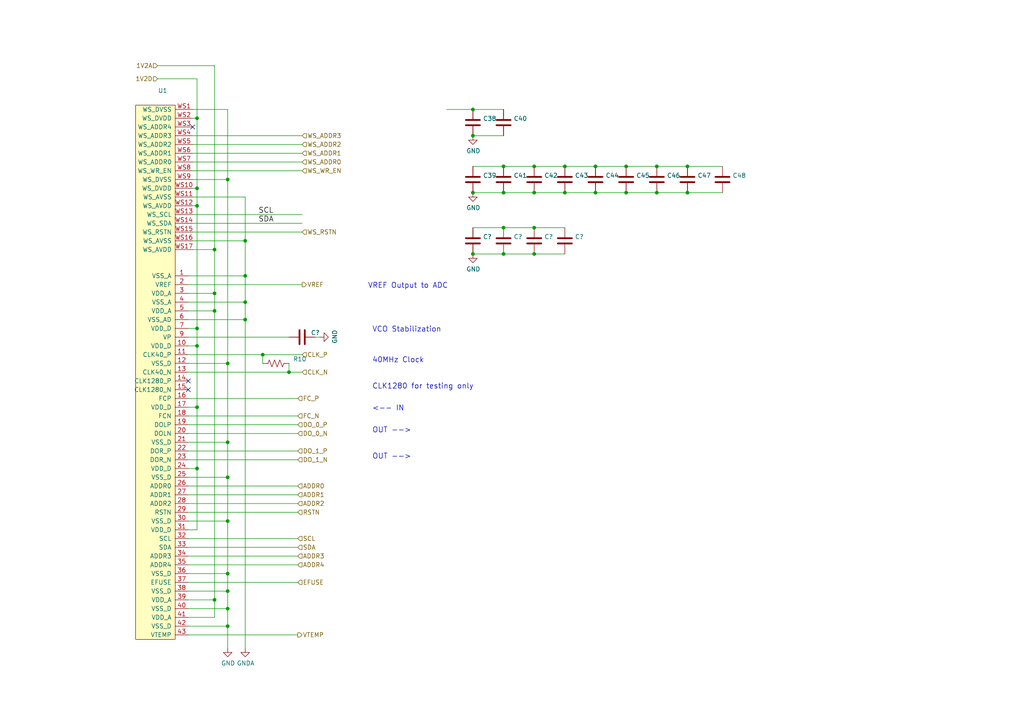
<source format=kicad_sch>
(kicad_sch (version 20211123) (generator eeschema)
  (paper "A4")
  (title_block (title "CMS ETL Module PCB") (date "2021-04-08") (rev "v0") (company "Boston University EDF") (comment 1 "AP"))
  (lib_symbols
    (symbol "Device:C" (pin_numbers hide) (pin_names (offset 0.254))
      (property "Reference" "C" (at 0.635 2.54 0))
      (property "Value" "C" (at 0.635 -2.54 0))
      (symbol "C_0_1"
        (polyline (pts (xy -2.032 -0.762) (xy 2.032 -0.762)) (stroke (width 0.508)))
        (polyline (pts (xy -2.032 0.762) (xy 2.032 0.762)) (stroke (width 0.508)))
      )
      (symbol "C_1_1"
        (pin passive line (at 0 3.81 270) (length 2.794) (name "~") (number "1"))
        (pin passive line (at 0 -3.81 90) (length 2.794) (name "~") (number "2"))
      )
    )
    (symbol "Device:R_US" (pin_numbers hide) (pin_names (offset 0))
      (property "Reference" "R" (at 2.54 0 90))
      (property "Value" "R_US" (at -2.54 0 90))
      (symbol "R_US_0_1"
        (polyline (pts (xy 0 -2.286) (xy 0 -2.54)))
        (polyline (pts (xy 0 2.286) (xy 0 2.54)))
        (polyline (pts (xy 0 -0.762) (xy 1.016 -1.143) (xy 0 -1.524) (xy -1.016 -1.905) (xy 0 -2.286)))
        (polyline (pts (xy 0 0.762) (xy 1.016 0.381) (xy 0 0) (xy -1.016 -0.381) (xy 0 -0.762)))
        (polyline (pts (xy 0 2.286) (xy 1.016 1.905) (xy 0 1.524) (xy -1.016 1.143) (xy 0 0.762)))
      )
      (symbol "R_US_1_1"
        (pin passive line (at 0 3.81 270) (length 1.27) (name "~") (number "1"))
        (pin passive line (at 0 -3.81 90) (length 1.27) (name "~") (number "2"))
      )
    )
    (symbol "etrocv2:ETROCv2" (pin_names (offset 1.016))
      (property "Reference" "U" (at 1.27 1.27 0))
      (property "Value" "ETROCv2" (at 7.62 1.27 0))
      (symbol "ETROCv2_0_0"
        (pin output line (at 15.24 -153.67 180) (length 3.81) (name "VTEMP") (number "43"))
      )
      (symbol "ETROCv2_0_1"
        (rectangle (start 11.43 -154.94) (end 0 0) (fill (type background)))
        (pin power_in line (at 16.51 -3.81 180) (length 5.0038) (name "WS_DVDD") (number "WS2"))
      )
      (symbol "ETROCv2_1_1"
        (pin power_in line (at 15.24 -49.53 180) (length 3.81) (name "VSS_A") (number "1"))
        (pin power_in line (at 15.24 -69.85 180) (length 3.81) (name "VDD_D") (number "10"))
        (pin input line (at 15.24 -72.39 180) (length 3.81) (name "CLK40_P") (number "11"))
        (pin power_in line (at 15.24 -74.93 180) (length 3.81) (name "VSS_D") (number "12"))
        (pin input line (at 15.24 -77.47 180) (length 3.81) (name "CLK40_N") (number "13"))
        (pin input line (at 15.24 -80.01 180) (length 3.81) (name "CLK1280_P") (number "14"))
        (pin input line (at 15.24 -82.55 180) (length 3.81) (name "CLK1280_N") (number "15"))
        (pin input line (at 15.24 -85.09 180) (length 3.81) (name "FCP") (number "16"))
        (pin power_in line (at 15.24 -87.63 180) (length 3.81) (name "VDD_D") (number "17"))
        (pin input line (at 15.24 -90.17 180) (length 3.81) (name "FCN") (number "18"))
        (pin output line (at 15.24 -92.71 180) (length 3.81) (name "DOLP") (number "19"))
        (pin output line (at 15.24 -52.07 180) (length 3.81) (name "VREF") (number "2"))
        (pin output line (at 15.24 -95.25 180) (length 3.81) (name "DOLN") (number "20"))
        (pin power_in line (at 15.24 -97.79 180) (length 3.81) (name "VSS_D") (number "21"))
        (pin output line (at 15.24 -100.33 180) (length 3.81) (name "DOR_P") (number "22"))
        (pin output line (at 15.24 -102.87 180) (length 3.81) (name "DOR_N") (number "23"))
        (pin power_in line (at 15.24 -105.41 180) (length 3.81) (name "VDD_D") (number "24"))
        (pin power_in line (at 15.24 -107.95 180) (length 3.81) (name "VSS_D") (number "25"))
        (pin input line (at 15.24 -110.49 180) (length 3.81) (name "ADDR0") (number "26"))
        (pin input line (at 15.24 -113.03 180) (length 3.81) (name "ADDR1") (number "27"))
        (pin input line (at 15.24 -115.57 180) (length 3.81) (name "ADDR2") (number "28"))
        (pin input line (at 15.24 -118.11 180) (length 3.81) (name "RSTN") (number "29"))
        (pin output line (at 15.24 -54.61 180) (length 3.81) (name "VDD_A") (number "3"))
        (pin power_in line (at 15.24 -120.65 180) (length 3.81) (name "VSS_D") (number "30"))
        (pin power_in line (at 15.24 -123.19 180) (length 3.81) (name "VDD_D") (number "31"))
        (pin open_collector line (at 15.24 -125.73 180) (length 3.81) (name "SCL") (number "32"))
        (pin open_collector line (at 15.24 -128.27 180) (length 3.81) (name "SDA") (number "33"))
        (pin input line (at 15.24 -130.81 180) (length 3.81) (name "ADDR3") (number "34"))
        (pin input line (at 15.24 -133.35 180) (length 3.81) (name "ADDR4") (number "35"))
        (pin power_in line (at 15.24 -135.89 180) (length 3.81) (name "VSS_D") (number "36"))
        (pin power_in line (at 15.24 -138.43 180) (length 3.81) (name "EFUSE") (number "37"))
        (pin power_in line (at 15.24 -140.97 180) (length 3.81) (name "VSS_D") (number "38"))
        (pin power_in line (at 15.24 -143.51 180) (length 3.81) (name "VDD_A") (number "39"))
        (pin power_in line (at 15.24 -57.15 180) (length 3.81) (name "VSS_A") (number "4"))
        (pin power_in line (at 15.24 -146.05 180) (length 3.81) (name "VSS_D") (number "40"))
        (pin power_in line (at 15.24 -148.59 180) (length 3.81) (name "VDD_A") (number "41"))
        (pin power_in line (at 15.24 -151.13 180) (length 3.81) (name "VSS_D") (number "42"))
        (pin power_in line (at 15.24 -59.69 180) (length 3.81) (name "VDD_A") (number "5"))
        (pin power_in line (at 15.24 -62.23 180) (length 3.81) (name "VSS_AD") (number "6"))
        (pin power_in line (at 15.24 -64.77 180) (length 3.81) (name "VDD_D") (number "7"))
        (pin power_in line (at 15.24 -67.31 180) (length 3.81) (name "VP") (number "9"))
        (pin power_in line (at 16.51 -1.27 180) (length 5.0038) (name "WS_DVSS") (number "WS1"))
        (pin power_in line (at 16.51 -24.13 180) (length 5.0038) (name "WS_DVDD") (number "WS10"))
        (pin power_in line (at 16.51 -26.67 180) (length 5.0038) (name "WS_AVSS") (number "WS11"))
        (pin power_in line (at 16.51 -29.21 180) (length 5.0038) (name "WS_AVDD") (number "WS12"))
        (pin open_collector line (at 16.51 -31.75 180) (length 5.0038) (name "WS_SCL") (number "WS13"))
        (pin open_collector line (at 16.51 -34.29 180) (length 5.0038) (name "WS_SDA") (number "WS14"))
        (pin input line (at 16.51 -36.83 180) (length 5.0038) (name "WS_RSTN") (number "WS15"))
        (pin power_in line (at 16.51 -39.37 180) (length 5.0038) (name "WS_AVSS") (number "WS16"))
        (pin power_in line (at 16.51 -41.91 180) (length 5.0038) (name "WS_AVDD") (number "WS17"))
        (pin input line (at 16.51 -6.35 180) (length 5.0038) (name "WS_ADDR4") (number "WS3"))
        (pin input line (at 16.51 -8.89 180) (length 5.0038) (name "WS_ADDR3") (number "WS4"))
        (pin input line (at 16.51 -11.43 180) (length 5.0038) (name "WS_ADDR2") (number "WS5"))
        (pin input line (at 16.51 -13.97 180) (length 5.0038) (name "WS_ADDR1") (number "WS6"))
        (pin input line (at 16.51 -16.51 180) (length 5.0038) (name "WS_ADDR0") (number "WS7"))
        (pin input line (at 16.51 -19.05 180) (length 5.0038) (name "WS_WR_EN") (number "WS8"))
        (pin power_in line (at 16.51 -21.59 180) (length 5.0038) (name "WS_DVSS") (number "WS9"))
      )
    )
    (symbol "power:GND" (power) (pin_names (offset 0))
      (property "Value" "GND" (at 0 -3.81 0))
      (symbol "GND_0_1"
        (polyline (pts (xy 0 0) (xy 0 -1.27) (xy 1.27 -1.27) (xy 0 -2.54) (xy -1.27 -1.27) (xy 0 -1.27)))
      )
      (symbol "GND_1_1"
        (pin power_in line (at 0 0 270) (length 0) hide (name "GND") (number "1"))
      )
    )
    (symbol "power:GNDA" (power) (pin_names (offset 0))
      (property "Value" "GNDA" (at 0 -3.81 0))
      (symbol "GNDA_0_1"
        (polyline (pts (xy 0 0) (xy 0 -1.27) (xy 1.27 -1.27) (xy 0 -2.54) (xy -1.27 -1.27) (xy 0 -1.27)))
      )
      (symbol "GNDA_1_1"
        (pin power_in line (at 0 0 270) (length 0) hide (name "GNDA") (number "1"))
      )
    )
  )
  (junction (at 190.5 48.26))
  (junction (at 146.05 55.88))
  (junction (at 57.15 100.33))
  (junction (at 57.15 34.29))
  (junction (at 71.12 92.71))
  (junction (at 57.15 95.25))
  (junction (at 163.83 55.88))
  (junction (at 154.94 55.88))
  (junction (at 71.12 80.01))
  (junction (at 181.61 48.26))
  (junction (at 163.83 48.26))
  (junction (at 137.16 31.75))
  (junction (at 57.15 59.69))
  (junction (at 137.16 55.88))
  (junction (at 146.05 48.26))
  (junction (at 199.39 55.88))
  (junction (at 83.82 107.95))
  (junction (at 181.61 55.88))
  (junction (at 57.15 118.11))
  (junction (at 154.94 48.26))
  (junction (at 62.23 85.09))
  (junction (at 172.72 48.26))
  (junction (at 62.23 72.39))
  (junction (at 137.16 73.66))
  (junction (at 199.39 48.26))
  (junction (at 66.04 151.13))
  (junction (at 190.5 55.88))
  (junction (at 66.04 181.61))
  (junction (at 66.04 105.41))
  (junction (at 66.04 166.37))
  (junction (at 57.15 54.61))
  (junction (at 71.12 69.85))
  (junction (at 62.23 90.17))
  (junction (at 66.04 171.45))
  (junction (at 137.16 39.37))
  (junction (at 66.04 176.53))
  (junction (at 66.04 128.27))
  (junction (at 62.23 173.99))
  (junction (at 76.2 102.87))
  (junction (at 66.04 52.07))
  (junction (at 172.72 55.88))
  (junction (at 71.12 87.63))
  (junction (at 146.05 73.66))
  (junction (at 66.04 138.43))
  (junction (at 146.05 66.04))
  (junction (at 57.15 135.89))
  (junction (at 154.94 73.66))
  (junction (at 154.94 66.04))
  (no_connect (at 54.61 110.49))
  (no_connect (at 54.61 113.03))
  (no_connect (at 55.88 36.83))
  (wire (pts (xy 154.94 48.26) (xy 163.83 48.26)))
  (wire (pts (xy 87.63 82.55) (xy 54.61 82.55)))
  (wire (pts (xy 54.61 105.41) (xy 66.04 105.41)))
  (wire (pts (xy 54.61 100.33) (xy 57.15 100.33)))
  (wire (pts (xy 137.16 48.26) (xy 146.05 48.26)))
  (wire (pts (xy 76.2 102.87) (xy 76.2 105.41)))
  (wire (pts (xy 45.72 22.86) (xy 57.15 22.86)))
  (wire (pts (xy 54.61 130.81) (xy 86.36 130.81)))
  (wire (pts (xy 54.61 92.71) (xy 71.12 92.71)))
  (wire (pts (xy 71.12 57.15) (xy 71.12 69.85)))
  (wire (pts (xy 154.94 55.88) (xy 163.83 55.88)))
  (wire (pts (xy 54.61 123.19) (xy 86.36 123.19)))
  (wire (pts (xy 54.61 125.73) (xy 86.36 125.73)))
  (wire (pts (xy 87.63 64.77) (xy 55.88 64.77)))
  (wire (pts (xy 172.72 48.26) (xy 181.61 48.26)))
  (wire (pts (xy 57.15 22.86) (xy 57.15 34.29)))
  (wire (pts (xy 57.15 95.25) (xy 57.15 59.69)))
  (wire (pts (xy 190.5 48.26) (xy 199.39 48.26)))
  (wire (pts (xy 66.04 151.13) (xy 66.04 138.43)))
  (wire (pts (xy 54.61 181.61) (xy 66.04 181.61)))
  (wire (pts (xy 57.15 135.89) (xy 57.15 118.11)))
  (wire (pts (xy 66.04 31.75) (xy 66.04 52.07)))
  (wire (pts (xy 199.39 55.88) (xy 209.55 55.88)))
  (wire (pts (xy 54.61 97.79) (xy 83.82 97.79)))
  (wire (pts (xy 66.04 166.37) (xy 66.04 151.13)))
  (wire (pts (xy 54.61 156.21) (xy 86.36 156.21)))
  (wire (pts (xy 54.61 146.05) (xy 86.36 146.05)))
  (wire (pts (xy 54.61 166.37) (xy 66.04 166.37)))
  (wire (pts (xy 62.23 19.05) (xy 62.23 72.39)))
  (wire (pts (xy 190.5 55.88) (xy 199.39 55.88)))
  (wire (pts (xy 66.04 187.96) (xy 66.04 181.61)))
  (wire (pts (xy 55.88 31.75) (xy 66.04 31.75)))
  (wire (pts (xy 146.05 55.88) (xy 154.94 55.88)))
  (wire (pts (xy 54.61 171.45) (xy 66.04 171.45)))
  (wire (pts (xy 54.61 143.51) (xy 86.36 143.51)))
  (wire (pts (xy 87.63 44.45) (xy 55.88 44.45)))
  (wire (pts (xy 92.71 97.79) (xy 91.44 97.79)))
  (wire (pts (xy 54.61 153.67) (xy 57.15 153.67)))
  (wire (pts (xy 62.23 85.09) (xy 62.23 72.39)))
  (wire (pts (xy 54.61 118.11) (xy 57.15 118.11)))
  (wire (pts (xy 71.12 87.63) (xy 71.12 80.01)))
  (wire (pts (xy 54.61 179.07) (xy 62.23 179.07)))
  (wire (pts (xy 146.05 39.37) (xy 137.16 39.37)))
  (wire (pts (xy 57.15 59.69) (xy 57.15 54.61)))
  (wire (pts (xy 163.83 55.88) (xy 172.72 55.88)))
  (wire (pts (xy 83.82 105.41) (xy 83.82 107.95)))
  (wire (pts (xy 66.04 138.43) (xy 66.04 128.27)))
  (wire (pts (xy 154.94 73.66) (xy 163.83 73.66)))
  (wire (pts (xy 54.61 90.17) (xy 62.23 90.17)))
  (wire (pts (xy 146.05 66.04) (xy 154.94 66.04)))
  (wire (pts (xy 57.15 54.61) (xy 57.15 34.29)))
  (wire (pts (xy 66.04 176.53) (xy 66.04 181.61)))
  (wire (pts (xy 54.61 133.35) (xy 86.36 133.35)))
  (wire (pts (xy 87.63 62.23) (xy 55.88 62.23)))
  (wire (pts (xy 62.23 90.17) (xy 62.23 85.09)))
  (wire (pts (xy 62.23 173.99) (xy 62.23 90.17)))
  (wire (pts (xy 87.63 102.87) (xy 76.2 102.87)))
  (wire (pts (xy 54.61 184.15) (xy 86.36 184.15)))
  (wire (pts (xy 66.04 166.37) (xy 66.04 171.45)))
  (wire (pts (xy 154.94 66.04) (xy 163.83 66.04)))
  (wire (pts (xy 137.16 31.75) (xy 146.05 31.75)))
  (wire (pts (xy 54.61 102.87) (xy 76.2 102.87)))
  (wire (pts (xy 137.16 55.88) (xy 146.05 55.88)))
  (wire (pts (xy 54.61 115.57) (xy 86.36 115.57)))
  (wire (pts (xy 57.15 118.11) (xy 57.15 100.33)))
  (wire (pts (xy 55.88 59.69) (xy 57.15 59.69)))
  (wire (pts (xy 129.54 31.75) (xy 137.16 31.75)))
  (wire (pts (xy 66.04 52.07) (xy 66.04 105.41)))
  (wire (pts (xy 57.15 34.29) (xy 55.88 34.29)))
  (wire (pts (xy 54.61 173.99) (xy 62.23 173.99)))
  (wire (pts (xy 54.61 140.97) (xy 86.36 140.97)))
  (wire (pts (xy 54.61 151.13) (xy 66.04 151.13)))
  (wire (pts (xy 55.88 72.39) (xy 62.23 72.39)))
  (wire (pts (xy 87.63 49.53) (xy 55.88 49.53)))
  (wire (pts (xy 54.61 95.25) (xy 57.15 95.25)))
  (wire (pts (xy 54.61 148.59) (xy 86.36 148.59)))
  (wire (pts (xy 57.15 153.67) (xy 57.15 135.89)))
  (wire (pts (xy 137.16 66.04) (xy 146.05 66.04)))
  (wire (pts (xy 181.61 55.88) (xy 190.5 55.88)))
  (wire (pts (xy 55.88 54.61) (xy 57.15 54.61)))
  (wire (pts (xy 54.61 163.83) (xy 86.36 163.83)))
  (wire (pts (xy 55.88 41.91) (xy 87.63 41.91)))
  (wire (pts (xy 172.72 55.88) (xy 181.61 55.88)))
  (wire (pts (xy 146.05 73.66) (xy 154.94 73.66)))
  (wire (pts (xy 54.61 168.91) (xy 86.36 168.91)))
  (wire (pts (xy 54.61 85.09) (xy 62.23 85.09)))
  (wire (pts (xy 54.61 176.53) (xy 66.04 176.53)))
  (wire (pts (xy 54.61 128.27) (xy 66.04 128.27)))
  (wire (pts (xy 54.61 107.95) (xy 83.82 107.95)))
  (wire (pts (xy 181.61 48.26) (xy 190.5 48.26)))
  (wire (pts (xy 54.61 138.43) (xy 66.04 138.43)))
  (wire (pts (xy 163.83 48.26) (xy 172.72 48.26)))
  (wire (pts (xy 83.82 107.95) (xy 87.63 107.95)))
  (wire (pts (xy 55.88 57.15) (xy 71.12 57.15)))
  (wire (pts (xy 66.04 128.27) (xy 66.04 105.41)))
  (wire (pts (xy 45.72 19.05) (xy 62.23 19.05)))
  (wire (pts (xy 55.88 46.99) (xy 87.63 46.99)))
  (wire (pts (xy 87.63 39.37) (xy 55.88 39.37)))
  (wire (pts (xy 71.12 92.71) (xy 71.12 87.63)))
  (wire (pts (xy 199.39 48.26) (xy 209.55 48.26)))
  (wire (pts (xy 146.05 48.26) (xy 154.94 48.26)))
  (wire (pts (xy 54.61 80.01) (xy 71.12 80.01)))
  (wire (pts (xy 62.23 179.07) (xy 62.23 173.99)))
  (wire (pts (xy 71.12 69.85) (xy 55.88 69.85)))
  (wire (pts (xy 54.61 120.65) (xy 86.36 120.65)))
  (wire (pts (xy 54.61 87.63) (xy 71.12 87.63)))
  (wire (pts (xy 54.61 135.89) (xy 57.15 135.89)))
  (wire (pts (xy 54.61 158.75) (xy 86.36 158.75)))
  (wire (pts (xy 54.61 161.29) (xy 86.36 161.29)))
  (wire (pts (xy 137.16 73.66) (xy 146.05 73.66)))
  (wire (pts (xy 57.15 100.33) (xy 57.15 95.25)))
  (wire (pts (xy 71.12 80.01) (xy 71.12 69.85)))
  (wire (pts (xy 55.88 52.07) (xy 66.04 52.07)))
  (wire (pts (xy 55.88 67.31) (xy 87.63 67.31)))
  (wire (pts (xy 66.04 171.45) (xy 66.04 176.53)))
  (wire (pts (xy 71.12 187.96) (xy 71.12 92.71)))
  (text "<-- IN" (at 107.95 119.38 0) (effects (font (size 1.524 1.524)) (justify left bottom)))
  (text "40MHz Clock" (at 107.95 105.41 0) (effects (font (size 1.524 1.524)) (justify left bottom)))
  (text "VCO Stabilization" (at 107.95 96.52 0) (effects (font (size 1.524 1.524)) (justify left bottom)))
  (text "OUT -->" (at 107.95 133.35 0) (effects (font (size 1.524 1.524)) (justify left bottom)))
  (text "CLK1280 for testing only" (at 107.95 113.03 0) (effects (font (size 1.524 1.524)) (justify left bottom)))
  (text "VREF Output to ADC" (at 106.68 83.82 0) (effects (font (size 1.524 1.524)) (justify left bottom)))
  (text "OUT -->" (at 107.95 125.73 0) (effects (font (size 1.524 1.524)) (justify left bottom)))
  (label "SCL" (at 74.93 62.23 0) (effects (font (size 1.524 1.524))))
  (label "SDA" (at 74.93 64.77 0) (effects (font (size 1.524 1.524))))
  (hierarchical_label "SCL" (shape input) (at 86.36 156.21 0))
  (hierarchical_label "VREF" (shape output) (at 87.63 82.55 0))
  (hierarchical_label "FC_N" (shape input) (at 86.36 120.65 0))
  (hierarchical_label "FC_P" (shape input) (at 86.36 115.57 0))
  (hierarchical_label "SDA" (shape input) (at 86.36 158.75 0))
  (hierarchical_label "DO_0_P" (shape input) (at 86.36 123.19 0))
  (hierarchical_label "DO_1_N" (shape input) (at 86.36 133.35 0))
  (hierarchical_label "VTEMP" (shape output) (at 86.36 184.15 0))
  (hierarchical_label "WS_ADDR0" (shape input) (at 87.63 46.99 0))
  (hierarchical_label "ADDR4" (shape input) (at 86.36 163.83 0))
  (hierarchical_label "EFUSE" (shape input) (at 86.36 168.91 0))
  (hierarchical_label "ADDR1" (shape input) (at 86.36 143.51 0))
  (hierarchical_label "WS_RSTN" (shape input) (at 87.63 67.31 0))
  (hierarchical_label "CLK_N" (shape input) (at 87.63 107.95 0))
  (hierarchical_label "WS_ADDR3" (shape input) (at 87.63 39.37 0))
  (hierarchical_label "DO_0_N" (shape input) (at 86.36 125.73 0))
  (hierarchical_label "1V2A" (shape input) (at 45.72 19.05 180))
  (hierarchical_label "WS_ADDR2" (shape input) (at 87.63 41.91 0))
  (hierarchical_label "WS_WR_EN" (shape input) (at 87.63 49.53 0))
  (hierarchical_label "DO_1_P" (shape input) (at 86.36 130.81 0))
  (hierarchical_label "WS_ADDR1" (shape input) (at 87.63 44.45 0))
  (hierarchical_label "RSTN" (shape input) (at 86.36 148.59 0))
  (hierarchical_label "ADDR3" (shape input) (at 86.36 161.29 0))
  (hierarchical_label "1V2D" (shape input) (at 45.72 22.86 180))
  (hierarchical_label "CLK_P" (shape input) (at 87.63 102.87 0))
  (hierarchical_label "ADDR2" (shape input) (at 86.36 146.05 0))
  (hierarchical_label "ADDR0" (shape input) (at 86.36 140.97 0))
  (symbol (lib_id "Device:R_US") (at 80.01 105.41 90) (unit 1)
    (property "Reference" "R10" (at 88.9 104.14 90) (effects (justify left)))
    (property "Mfg" "Vishay Dale" (effects hide))
    (property "Part Number" "CRCW0201100RFKED" (effects hide))
  )
  (symbol (lib_id "etrocv2:ETROCv2") (at 39.37 30.48 0) (unit 1)
    (property "Reference" "U1" (at 47.1932 26.289 0))
    (property "Mfg" "DNP" (effects hide))
    (property "Part Number" "DNP" (effects hide))
  )
  (symbol (lib_id "Device:C") (at 137.16 52.07 0) (unit 1)
    (property "Reference" "C39" (at 140.081 50.9016 0) (effects (justify left)))
    (property "Mfg" "Murata" (effects hide))
    (property "Part Number" "GRM033Z71C104ME14D" (effects hide))
  )
  (symbol (lib_id "Device:C") (at 146.05 52.07 0) (unit 1)
    (property "Reference" "C41" (at 148.971 50.9016 0) (effects (justify left)))
    (property "Mfg" "Murata" (effects hide))
    (property "Part Number" "GRM033Z71C104ME14D" (effects hide))
  )
  (symbol (lib_id "Device:C") (at 154.94 52.07 0) (unit 1)
    (property "Reference" "C42" (at 157.861 50.9016 0) (effects (justify left)))
    (property "Mfg" "Murata" (effects hide))
    (property "Part Number" "GRM033Z71C104ME14D" (effects hide))
  )
  (symbol (lib_id "Device:C") (at 163.83 52.07 0) (unit 1)
    (property "Reference" "C43" (at 166.751 50.9016 0) (effects (justify left)))
    (property "Mfg" "Murata" (effects hide))
    (property "Part Number" "GRM033Z71C104ME14D" (effects hide))
  )
  (symbol (lib_id "Device:C") (at 172.72 52.07 0) (unit 1)
    (property "Reference" "C44" (at 175.641 50.9016 0) (effects (justify left)))
    (property "Mfg" "Murata" (effects hide))
    (property "Part Number" "GRM033Z71C104ME14D" (effects hide))
  )
  (symbol (lib_id "Device:C") (at 181.61 52.07 0) (unit 1)
    (property "Reference" "C45" (at 184.531 50.9016 0) (effects (justify left)))
    (property "Mfg" "Murata" (effects hide))
    (property "Part Number" "GRM033Z71C104ME14D" (effects hide))
  )
  (symbol (lib_id "Device:C") (at 190.5 52.07 0) (unit 1)
    (property "Reference" "C46" (at 193.421 50.9016 0) (effects (justify left)))
    (property "Mfg" "Murata" (effects hide))
    (property "Part Number" "GRM033Z71C104ME14D" (effects hide))
  )
  (symbol (lib_id "Device:C") (at 199.39 52.07 0) (unit 1)
    (property "Reference" "C47" (at 202.311 50.9016 0) (effects (justify left)))
    (property "Mfg" "Murata" (effects hide))
    (property "Part Number" "GRM033Z71C104ME14D" (effects hide))
  )
  (symbol (lib_id "Device:C") (at 209.55 52.07 0) (unit 1)
    (property "Reference" "C48" (at 212.471 50.9016 0) (effects (justify left)))
    (property "Mfg" "Murata" (effects hide))
    (property "Part Number" "GRM033Z71C104ME14D" (effects hide))
  )
  (symbol (lib_id "Device:C") (at 137.16 35.56 0) (unit 1)
    (property "Reference" "C38" (at 140.081 34.3916 0) (effects (justify left)))
    (property "Mfg" "AVX" (effects hide))
    (property "Part Number" "04023D105KAT2A" (effects hide))
  )
  (symbol (lib_id "Device:C") (at 146.05 35.56 0) (unit 1)
    (property "Reference" "C40" (at 148.971 34.3916 0) (effects (justify left)))
    (property "Mfg" "AVX" (effects hide))
    (property "Part Number" "04023D105KAT2A" (effects hide))
  )
  (symbol (lib_id "power:GND") (at 137.16 55.88 0) (unit 1)
    (property "Reference" "#PWR0121" (effects hide))
  )
  (symbol (lib_id "power:GND") (at 137.16 39.37 0) (unit 1)
    (property "Reference" "#PWR0122" (effects hide))
  )
  (symbol (lib_id "Device:C") (at 87.63 97.79 270) (unit 1)
    (property "Reference" "C?" (at 90.17 96.52 90) (effects (justify left)))
    (property "Mfg" "Murata" (effects hide))
    (property "Part Number" "GRM033Z71C104ME14D" (effects hide))
  )
  (symbol (lib_id "power:GND") (at 66.04 187.96 0) (unit 1)
    (property "Reference" "#PWR?" (effects hide))
  )
  (symbol (lib_id "power:GNDA") (at 71.12 187.96 0) (unit 1)
    (property "Reference" "#PWR?" (effects hide))
  )
  (symbol (lib_id "power:GND") (at 92.71 97.79 90) (unit 1)
    (property "Reference" "#PWR?" (effects hide))
  )
  (symbol (lib_id "Device:C") (at 137.16 69.85 0) (unit 1)
    (property "Reference" "C?" (at 140.081 68.6816 0) (effects (justify left)))
    (property "Mfg" "Murata" (effects hide))
    (property "Part Number" "GRM033Z71C104ME14D" (effects hide))
  )
  (symbol (lib_id "Device:C") (at 146.05 69.85 0) (unit 1)
    (property "Reference" "C?" (at 148.971 68.6816 0) (effects (justify left)))
    (property "Mfg" "Murata" (effects hide))
    (property "Part Number" "GRM033Z71C104ME14D" (effects hide))
  )
  (symbol (lib_id "Device:C") (at 154.94 69.85 0) (unit 1)
    (property "Reference" "C?" (at 157.861 68.6816 0) (effects (justify left)))
    (property "Mfg" "Murata" (effects hide))
    (property "Part Number" "GRM033Z71C104ME14D" (effects hide))
  )
  (symbol (lib_id "Device:C") (at 163.83 69.85 0) (unit 1)
    (property "Reference" "C?" (at 166.751 68.6816 0) (effects (justify left)))
    (property "Mfg" "Murata" (effects hide))
    (property "Part Number" "GRM033Z71C104ME14D" (effects hide))
  )
  (symbol (lib_id "power:GND") (at 137.16 73.66 0) (unit 1)
    (property "Reference" "#PWR?" (effects hide))
  )
)
</source>
